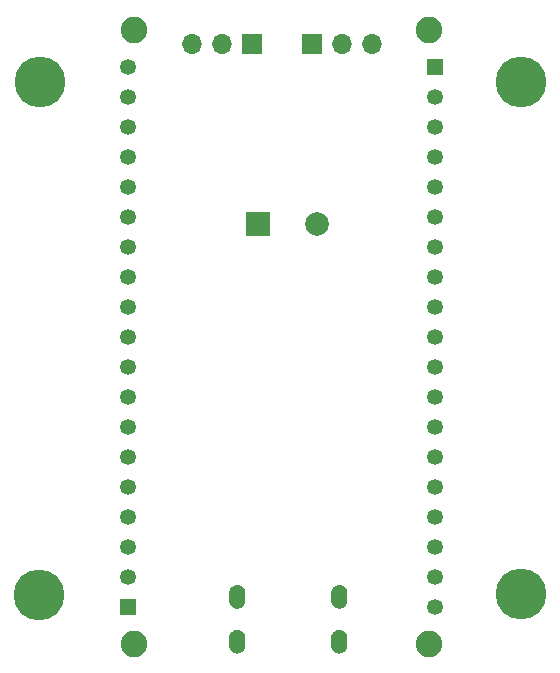
<source format=gbr>
%TF.GenerationSoftware,KiCad,Pcbnew,(5.1.12)-1*%
%TF.CreationDate,2022-08-02T20:23:38+02:00*%
%TF.ProjectId,esp32-led,65737033-322d-46c6-9564-2e6b69636164,rev?*%
%TF.SameCoordinates,Original*%
%TF.FileFunction,Soldermask,Top*%
%TF.FilePolarity,Negative*%
%FSLAX46Y46*%
G04 Gerber Fmt 4.6, Leading zero omitted, Abs format (unit mm)*
G04 Created by KiCad (PCBNEW (5.1.12)-1) date 2022-08-02 20:23:38*
%MOMM*%
%LPD*%
G01*
G04 APERTURE LIST*
%ADD10C,0.010000*%
%ADD11O,1.700000X1.700000*%
%ADD12R,1.700000X1.700000*%
%ADD13C,4.300000*%
%ADD14C,2.250000*%
%ADD15R,1.350000X1.350000*%
%ADD16C,1.350000*%
%ADD17C,2.000000*%
%ADD18R,2.000000X2.000000*%
G04 APERTURE END LIST*
D10*
%TO.C,J2*%
G36*
X171960000Y-98148000D02*
G01*
X171994000Y-98149000D01*
X172028000Y-98152000D01*
X172062000Y-98156000D01*
X172095000Y-98162000D01*
X172128000Y-98170000D01*
X172161000Y-98180000D01*
X172193000Y-98191000D01*
X172224000Y-98204000D01*
X172255000Y-98219000D01*
X172285000Y-98235000D01*
X172314000Y-98253000D01*
X172342000Y-98272000D01*
X172369000Y-98293000D01*
X172395000Y-98315000D01*
X172420000Y-98338000D01*
X172443000Y-98363000D01*
X172465000Y-98389000D01*
X172486000Y-98416000D01*
X172505000Y-98444000D01*
X172523000Y-98473000D01*
X172539000Y-98503000D01*
X172554000Y-98534000D01*
X172567000Y-98565000D01*
X172578000Y-98597000D01*
X172588000Y-98630000D01*
X172596000Y-98663000D01*
X172602000Y-98696000D01*
X172606000Y-98730000D01*
X172609000Y-98764000D01*
X172610000Y-98798000D01*
X172610000Y-99398000D01*
X172609000Y-99432000D01*
X172606000Y-99466000D01*
X172602000Y-99500000D01*
X172596000Y-99533000D01*
X172588000Y-99566000D01*
X172578000Y-99599000D01*
X172567000Y-99631000D01*
X172554000Y-99662000D01*
X172539000Y-99693000D01*
X172523000Y-99723000D01*
X172505000Y-99752000D01*
X172486000Y-99780000D01*
X172465000Y-99807000D01*
X172443000Y-99833000D01*
X172420000Y-99858000D01*
X172395000Y-99881000D01*
X172369000Y-99903000D01*
X172342000Y-99924000D01*
X172314000Y-99943000D01*
X172285000Y-99961000D01*
X172255000Y-99977000D01*
X172224000Y-99992000D01*
X172193000Y-100005000D01*
X172161000Y-100016000D01*
X172128000Y-100026000D01*
X172095000Y-100034000D01*
X172062000Y-100040000D01*
X172028000Y-100044000D01*
X171994000Y-100047000D01*
X171960000Y-100048000D01*
X171926000Y-100047000D01*
X171892000Y-100044000D01*
X171858000Y-100040000D01*
X171825000Y-100034000D01*
X171792000Y-100026000D01*
X171759000Y-100016000D01*
X171727000Y-100005000D01*
X171696000Y-99992000D01*
X171665000Y-99977000D01*
X171635000Y-99961000D01*
X171606000Y-99943000D01*
X171578000Y-99924000D01*
X171551000Y-99903000D01*
X171525000Y-99881000D01*
X171500000Y-99858000D01*
X171477000Y-99833000D01*
X171455000Y-99807000D01*
X171434000Y-99780000D01*
X171415000Y-99752000D01*
X171397000Y-99723000D01*
X171381000Y-99693000D01*
X171366000Y-99662000D01*
X171353000Y-99631000D01*
X171342000Y-99599000D01*
X171332000Y-99566000D01*
X171324000Y-99533000D01*
X171318000Y-99500000D01*
X171314000Y-99466000D01*
X171311000Y-99432000D01*
X171310000Y-99398000D01*
X171310000Y-98798000D01*
X171311000Y-98764000D01*
X171314000Y-98730000D01*
X171318000Y-98696000D01*
X171324000Y-98663000D01*
X171332000Y-98630000D01*
X171342000Y-98597000D01*
X171353000Y-98565000D01*
X171366000Y-98534000D01*
X171381000Y-98503000D01*
X171397000Y-98473000D01*
X171415000Y-98444000D01*
X171434000Y-98416000D01*
X171455000Y-98389000D01*
X171477000Y-98363000D01*
X171500000Y-98338000D01*
X171525000Y-98315000D01*
X171551000Y-98293000D01*
X171578000Y-98272000D01*
X171606000Y-98253000D01*
X171635000Y-98235000D01*
X171665000Y-98219000D01*
X171696000Y-98204000D01*
X171727000Y-98191000D01*
X171759000Y-98180000D01*
X171792000Y-98170000D01*
X171825000Y-98162000D01*
X171858000Y-98156000D01*
X171892000Y-98152000D01*
X171926000Y-98149000D01*
X171960000Y-98148000D01*
G37*
X171960000Y-98148000D02*
X171994000Y-98149000D01*
X172028000Y-98152000D01*
X172062000Y-98156000D01*
X172095000Y-98162000D01*
X172128000Y-98170000D01*
X172161000Y-98180000D01*
X172193000Y-98191000D01*
X172224000Y-98204000D01*
X172255000Y-98219000D01*
X172285000Y-98235000D01*
X172314000Y-98253000D01*
X172342000Y-98272000D01*
X172369000Y-98293000D01*
X172395000Y-98315000D01*
X172420000Y-98338000D01*
X172443000Y-98363000D01*
X172465000Y-98389000D01*
X172486000Y-98416000D01*
X172505000Y-98444000D01*
X172523000Y-98473000D01*
X172539000Y-98503000D01*
X172554000Y-98534000D01*
X172567000Y-98565000D01*
X172578000Y-98597000D01*
X172588000Y-98630000D01*
X172596000Y-98663000D01*
X172602000Y-98696000D01*
X172606000Y-98730000D01*
X172609000Y-98764000D01*
X172610000Y-98798000D01*
X172610000Y-99398000D01*
X172609000Y-99432000D01*
X172606000Y-99466000D01*
X172602000Y-99500000D01*
X172596000Y-99533000D01*
X172588000Y-99566000D01*
X172578000Y-99599000D01*
X172567000Y-99631000D01*
X172554000Y-99662000D01*
X172539000Y-99693000D01*
X172523000Y-99723000D01*
X172505000Y-99752000D01*
X172486000Y-99780000D01*
X172465000Y-99807000D01*
X172443000Y-99833000D01*
X172420000Y-99858000D01*
X172395000Y-99881000D01*
X172369000Y-99903000D01*
X172342000Y-99924000D01*
X172314000Y-99943000D01*
X172285000Y-99961000D01*
X172255000Y-99977000D01*
X172224000Y-99992000D01*
X172193000Y-100005000D01*
X172161000Y-100016000D01*
X172128000Y-100026000D01*
X172095000Y-100034000D01*
X172062000Y-100040000D01*
X172028000Y-100044000D01*
X171994000Y-100047000D01*
X171960000Y-100048000D01*
X171926000Y-100047000D01*
X171892000Y-100044000D01*
X171858000Y-100040000D01*
X171825000Y-100034000D01*
X171792000Y-100026000D01*
X171759000Y-100016000D01*
X171727000Y-100005000D01*
X171696000Y-99992000D01*
X171665000Y-99977000D01*
X171635000Y-99961000D01*
X171606000Y-99943000D01*
X171578000Y-99924000D01*
X171551000Y-99903000D01*
X171525000Y-99881000D01*
X171500000Y-99858000D01*
X171477000Y-99833000D01*
X171455000Y-99807000D01*
X171434000Y-99780000D01*
X171415000Y-99752000D01*
X171397000Y-99723000D01*
X171381000Y-99693000D01*
X171366000Y-99662000D01*
X171353000Y-99631000D01*
X171342000Y-99599000D01*
X171332000Y-99566000D01*
X171324000Y-99533000D01*
X171318000Y-99500000D01*
X171314000Y-99466000D01*
X171311000Y-99432000D01*
X171310000Y-99398000D01*
X171310000Y-98798000D01*
X171311000Y-98764000D01*
X171314000Y-98730000D01*
X171318000Y-98696000D01*
X171324000Y-98663000D01*
X171332000Y-98630000D01*
X171342000Y-98597000D01*
X171353000Y-98565000D01*
X171366000Y-98534000D01*
X171381000Y-98503000D01*
X171397000Y-98473000D01*
X171415000Y-98444000D01*
X171434000Y-98416000D01*
X171455000Y-98389000D01*
X171477000Y-98363000D01*
X171500000Y-98338000D01*
X171525000Y-98315000D01*
X171551000Y-98293000D01*
X171578000Y-98272000D01*
X171606000Y-98253000D01*
X171635000Y-98235000D01*
X171665000Y-98219000D01*
X171696000Y-98204000D01*
X171727000Y-98191000D01*
X171759000Y-98180000D01*
X171792000Y-98170000D01*
X171825000Y-98162000D01*
X171858000Y-98156000D01*
X171892000Y-98152000D01*
X171926000Y-98149000D01*
X171960000Y-98148000D01*
G36*
X163320000Y-98148000D02*
G01*
X163354000Y-98149000D01*
X163388000Y-98152000D01*
X163422000Y-98156000D01*
X163455000Y-98162000D01*
X163488000Y-98170000D01*
X163521000Y-98180000D01*
X163553000Y-98191000D01*
X163584000Y-98204000D01*
X163615000Y-98219000D01*
X163645000Y-98235000D01*
X163674000Y-98253000D01*
X163702000Y-98272000D01*
X163729000Y-98293000D01*
X163755000Y-98315000D01*
X163780000Y-98338000D01*
X163803000Y-98363000D01*
X163825000Y-98389000D01*
X163846000Y-98416000D01*
X163865000Y-98444000D01*
X163883000Y-98473000D01*
X163899000Y-98503000D01*
X163914000Y-98534000D01*
X163927000Y-98565000D01*
X163938000Y-98597000D01*
X163948000Y-98630000D01*
X163956000Y-98663000D01*
X163962000Y-98696000D01*
X163966000Y-98730000D01*
X163969000Y-98764000D01*
X163970000Y-98798000D01*
X163970000Y-99398000D01*
X163969000Y-99432000D01*
X163966000Y-99466000D01*
X163962000Y-99500000D01*
X163956000Y-99533000D01*
X163948000Y-99566000D01*
X163938000Y-99599000D01*
X163927000Y-99631000D01*
X163914000Y-99662000D01*
X163899000Y-99693000D01*
X163883000Y-99723000D01*
X163865000Y-99752000D01*
X163846000Y-99780000D01*
X163825000Y-99807000D01*
X163803000Y-99833000D01*
X163780000Y-99858000D01*
X163755000Y-99881000D01*
X163729000Y-99903000D01*
X163702000Y-99924000D01*
X163674000Y-99943000D01*
X163645000Y-99961000D01*
X163615000Y-99977000D01*
X163584000Y-99992000D01*
X163553000Y-100005000D01*
X163521000Y-100016000D01*
X163488000Y-100026000D01*
X163455000Y-100034000D01*
X163422000Y-100040000D01*
X163388000Y-100044000D01*
X163354000Y-100047000D01*
X163320000Y-100048000D01*
X163286000Y-100047000D01*
X163252000Y-100044000D01*
X163218000Y-100040000D01*
X163185000Y-100034000D01*
X163152000Y-100026000D01*
X163119000Y-100016000D01*
X163087000Y-100005000D01*
X163056000Y-99992000D01*
X163025000Y-99977000D01*
X162995000Y-99961000D01*
X162966000Y-99943000D01*
X162938000Y-99924000D01*
X162911000Y-99903000D01*
X162885000Y-99881000D01*
X162860000Y-99858000D01*
X162837000Y-99833000D01*
X162815000Y-99807000D01*
X162794000Y-99780000D01*
X162775000Y-99752000D01*
X162757000Y-99723000D01*
X162741000Y-99693000D01*
X162726000Y-99662000D01*
X162713000Y-99631000D01*
X162702000Y-99599000D01*
X162692000Y-99566000D01*
X162684000Y-99533000D01*
X162678000Y-99500000D01*
X162674000Y-99466000D01*
X162671000Y-99432000D01*
X162670000Y-99398000D01*
X162670000Y-98798000D01*
X162671000Y-98764000D01*
X162674000Y-98730000D01*
X162678000Y-98696000D01*
X162684000Y-98663000D01*
X162692000Y-98630000D01*
X162702000Y-98597000D01*
X162713000Y-98565000D01*
X162726000Y-98534000D01*
X162741000Y-98503000D01*
X162757000Y-98473000D01*
X162775000Y-98444000D01*
X162794000Y-98416000D01*
X162815000Y-98389000D01*
X162837000Y-98363000D01*
X162860000Y-98338000D01*
X162885000Y-98315000D01*
X162911000Y-98293000D01*
X162938000Y-98272000D01*
X162966000Y-98253000D01*
X162995000Y-98235000D01*
X163025000Y-98219000D01*
X163056000Y-98204000D01*
X163087000Y-98191000D01*
X163119000Y-98180000D01*
X163152000Y-98170000D01*
X163185000Y-98162000D01*
X163218000Y-98156000D01*
X163252000Y-98152000D01*
X163286000Y-98149000D01*
X163320000Y-98148000D01*
G37*
X163320000Y-98148000D02*
X163354000Y-98149000D01*
X163388000Y-98152000D01*
X163422000Y-98156000D01*
X163455000Y-98162000D01*
X163488000Y-98170000D01*
X163521000Y-98180000D01*
X163553000Y-98191000D01*
X163584000Y-98204000D01*
X163615000Y-98219000D01*
X163645000Y-98235000D01*
X163674000Y-98253000D01*
X163702000Y-98272000D01*
X163729000Y-98293000D01*
X163755000Y-98315000D01*
X163780000Y-98338000D01*
X163803000Y-98363000D01*
X163825000Y-98389000D01*
X163846000Y-98416000D01*
X163865000Y-98444000D01*
X163883000Y-98473000D01*
X163899000Y-98503000D01*
X163914000Y-98534000D01*
X163927000Y-98565000D01*
X163938000Y-98597000D01*
X163948000Y-98630000D01*
X163956000Y-98663000D01*
X163962000Y-98696000D01*
X163966000Y-98730000D01*
X163969000Y-98764000D01*
X163970000Y-98798000D01*
X163970000Y-99398000D01*
X163969000Y-99432000D01*
X163966000Y-99466000D01*
X163962000Y-99500000D01*
X163956000Y-99533000D01*
X163948000Y-99566000D01*
X163938000Y-99599000D01*
X163927000Y-99631000D01*
X163914000Y-99662000D01*
X163899000Y-99693000D01*
X163883000Y-99723000D01*
X163865000Y-99752000D01*
X163846000Y-99780000D01*
X163825000Y-99807000D01*
X163803000Y-99833000D01*
X163780000Y-99858000D01*
X163755000Y-99881000D01*
X163729000Y-99903000D01*
X163702000Y-99924000D01*
X163674000Y-99943000D01*
X163645000Y-99961000D01*
X163615000Y-99977000D01*
X163584000Y-99992000D01*
X163553000Y-100005000D01*
X163521000Y-100016000D01*
X163488000Y-100026000D01*
X163455000Y-100034000D01*
X163422000Y-100040000D01*
X163388000Y-100044000D01*
X163354000Y-100047000D01*
X163320000Y-100048000D01*
X163286000Y-100047000D01*
X163252000Y-100044000D01*
X163218000Y-100040000D01*
X163185000Y-100034000D01*
X163152000Y-100026000D01*
X163119000Y-100016000D01*
X163087000Y-100005000D01*
X163056000Y-99992000D01*
X163025000Y-99977000D01*
X162995000Y-99961000D01*
X162966000Y-99943000D01*
X162938000Y-99924000D01*
X162911000Y-99903000D01*
X162885000Y-99881000D01*
X162860000Y-99858000D01*
X162837000Y-99833000D01*
X162815000Y-99807000D01*
X162794000Y-99780000D01*
X162775000Y-99752000D01*
X162757000Y-99723000D01*
X162741000Y-99693000D01*
X162726000Y-99662000D01*
X162713000Y-99631000D01*
X162702000Y-99599000D01*
X162692000Y-99566000D01*
X162684000Y-99533000D01*
X162678000Y-99500000D01*
X162674000Y-99466000D01*
X162671000Y-99432000D01*
X162670000Y-99398000D01*
X162670000Y-98798000D01*
X162671000Y-98764000D01*
X162674000Y-98730000D01*
X162678000Y-98696000D01*
X162684000Y-98663000D01*
X162692000Y-98630000D01*
X162702000Y-98597000D01*
X162713000Y-98565000D01*
X162726000Y-98534000D01*
X162741000Y-98503000D01*
X162757000Y-98473000D01*
X162775000Y-98444000D01*
X162794000Y-98416000D01*
X162815000Y-98389000D01*
X162837000Y-98363000D01*
X162860000Y-98338000D01*
X162885000Y-98315000D01*
X162911000Y-98293000D01*
X162938000Y-98272000D01*
X162966000Y-98253000D01*
X162995000Y-98235000D01*
X163025000Y-98219000D01*
X163056000Y-98204000D01*
X163087000Y-98191000D01*
X163119000Y-98180000D01*
X163152000Y-98170000D01*
X163185000Y-98162000D01*
X163218000Y-98156000D01*
X163252000Y-98152000D01*
X163286000Y-98149000D01*
X163320000Y-98148000D01*
G36*
X171960000Y-94348000D02*
G01*
X171994000Y-94349000D01*
X172028000Y-94352000D01*
X172062000Y-94356000D01*
X172095000Y-94362000D01*
X172128000Y-94370000D01*
X172161000Y-94380000D01*
X172193000Y-94391000D01*
X172224000Y-94404000D01*
X172255000Y-94419000D01*
X172285000Y-94435000D01*
X172314000Y-94453000D01*
X172342000Y-94472000D01*
X172369000Y-94493000D01*
X172395000Y-94515000D01*
X172420000Y-94538000D01*
X172443000Y-94563000D01*
X172465000Y-94589000D01*
X172486000Y-94616000D01*
X172505000Y-94644000D01*
X172523000Y-94673000D01*
X172539000Y-94703000D01*
X172554000Y-94734000D01*
X172567000Y-94765000D01*
X172578000Y-94797000D01*
X172588000Y-94830000D01*
X172596000Y-94863000D01*
X172602000Y-94896000D01*
X172606000Y-94930000D01*
X172609000Y-94964000D01*
X172610000Y-94998000D01*
X172610000Y-95598000D01*
X172609000Y-95632000D01*
X172606000Y-95666000D01*
X172602000Y-95700000D01*
X172596000Y-95733000D01*
X172588000Y-95766000D01*
X172578000Y-95799000D01*
X172567000Y-95831000D01*
X172554000Y-95862000D01*
X172539000Y-95893000D01*
X172523000Y-95923000D01*
X172505000Y-95952000D01*
X172486000Y-95980000D01*
X172465000Y-96007000D01*
X172443000Y-96033000D01*
X172420000Y-96058000D01*
X172395000Y-96081000D01*
X172369000Y-96103000D01*
X172342000Y-96124000D01*
X172314000Y-96143000D01*
X172285000Y-96161000D01*
X172255000Y-96177000D01*
X172224000Y-96192000D01*
X172193000Y-96205000D01*
X172161000Y-96216000D01*
X172128000Y-96226000D01*
X172095000Y-96234000D01*
X172062000Y-96240000D01*
X172028000Y-96244000D01*
X171994000Y-96247000D01*
X171960000Y-96248000D01*
X171926000Y-96247000D01*
X171892000Y-96244000D01*
X171858000Y-96240000D01*
X171825000Y-96234000D01*
X171792000Y-96226000D01*
X171759000Y-96216000D01*
X171727000Y-96205000D01*
X171696000Y-96192000D01*
X171665000Y-96177000D01*
X171635000Y-96161000D01*
X171606000Y-96143000D01*
X171578000Y-96124000D01*
X171551000Y-96103000D01*
X171525000Y-96081000D01*
X171500000Y-96058000D01*
X171477000Y-96033000D01*
X171455000Y-96007000D01*
X171434000Y-95980000D01*
X171415000Y-95952000D01*
X171397000Y-95923000D01*
X171381000Y-95893000D01*
X171366000Y-95862000D01*
X171353000Y-95831000D01*
X171342000Y-95799000D01*
X171332000Y-95766000D01*
X171324000Y-95733000D01*
X171318000Y-95700000D01*
X171314000Y-95666000D01*
X171311000Y-95632000D01*
X171310000Y-95598000D01*
X171310000Y-94998000D01*
X171311000Y-94964000D01*
X171314000Y-94930000D01*
X171318000Y-94896000D01*
X171324000Y-94863000D01*
X171332000Y-94830000D01*
X171342000Y-94797000D01*
X171353000Y-94765000D01*
X171366000Y-94734000D01*
X171381000Y-94703000D01*
X171397000Y-94673000D01*
X171415000Y-94644000D01*
X171434000Y-94616000D01*
X171455000Y-94589000D01*
X171477000Y-94563000D01*
X171500000Y-94538000D01*
X171525000Y-94515000D01*
X171551000Y-94493000D01*
X171578000Y-94472000D01*
X171606000Y-94453000D01*
X171635000Y-94435000D01*
X171665000Y-94419000D01*
X171696000Y-94404000D01*
X171727000Y-94391000D01*
X171759000Y-94380000D01*
X171792000Y-94370000D01*
X171825000Y-94362000D01*
X171858000Y-94356000D01*
X171892000Y-94352000D01*
X171926000Y-94349000D01*
X171960000Y-94348000D01*
G37*
X171960000Y-94348000D02*
X171994000Y-94349000D01*
X172028000Y-94352000D01*
X172062000Y-94356000D01*
X172095000Y-94362000D01*
X172128000Y-94370000D01*
X172161000Y-94380000D01*
X172193000Y-94391000D01*
X172224000Y-94404000D01*
X172255000Y-94419000D01*
X172285000Y-94435000D01*
X172314000Y-94453000D01*
X172342000Y-94472000D01*
X172369000Y-94493000D01*
X172395000Y-94515000D01*
X172420000Y-94538000D01*
X172443000Y-94563000D01*
X172465000Y-94589000D01*
X172486000Y-94616000D01*
X172505000Y-94644000D01*
X172523000Y-94673000D01*
X172539000Y-94703000D01*
X172554000Y-94734000D01*
X172567000Y-94765000D01*
X172578000Y-94797000D01*
X172588000Y-94830000D01*
X172596000Y-94863000D01*
X172602000Y-94896000D01*
X172606000Y-94930000D01*
X172609000Y-94964000D01*
X172610000Y-94998000D01*
X172610000Y-95598000D01*
X172609000Y-95632000D01*
X172606000Y-95666000D01*
X172602000Y-95700000D01*
X172596000Y-95733000D01*
X172588000Y-95766000D01*
X172578000Y-95799000D01*
X172567000Y-95831000D01*
X172554000Y-95862000D01*
X172539000Y-95893000D01*
X172523000Y-95923000D01*
X172505000Y-95952000D01*
X172486000Y-95980000D01*
X172465000Y-96007000D01*
X172443000Y-96033000D01*
X172420000Y-96058000D01*
X172395000Y-96081000D01*
X172369000Y-96103000D01*
X172342000Y-96124000D01*
X172314000Y-96143000D01*
X172285000Y-96161000D01*
X172255000Y-96177000D01*
X172224000Y-96192000D01*
X172193000Y-96205000D01*
X172161000Y-96216000D01*
X172128000Y-96226000D01*
X172095000Y-96234000D01*
X172062000Y-96240000D01*
X172028000Y-96244000D01*
X171994000Y-96247000D01*
X171960000Y-96248000D01*
X171926000Y-96247000D01*
X171892000Y-96244000D01*
X171858000Y-96240000D01*
X171825000Y-96234000D01*
X171792000Y-96226000D01*
X171759000Y-96216000D01*
X171727000Y-96205000D01*
X171696000Y-96192000D01*
X171665000Y-96177000D01*
X171635000Y-96161000D01*
X171606000Y-96143000D01*
X171578000Y-96124000D01*
X171551000Y-96103000D01*
X171525000Y-96081000D01*
X171500000Y-96058000D01*
X171477000Y-96033000D01*
X171455000Y-96007000D01*
X171434000Y-95980000D01*
X171415000Y-95952000D01*
X171397000Y-95923000D01*
X171381000Y-95893000D01*
X171366000Y-95862000D01*
X171353000Y-95831000D01*
X171342000Y-95799000D01*
X171332000Y-95766000D01*
X171324000Y-95733000D01*
X171318000Y-95700000D01*
X171314000Y-95666000D01*
X171311000Y-95632000D01*
X171310000Y-95598000D01*
X171310000Y-94998000D01*
X171311000Y-94964000D01*
X171314000Y-94930000D01*
X171318000Y-94896000D01*
X171324000Y-94863000D01*
X171332000Y-94830000D01*
X171342000Y-94797000D01*
X171353000Y-94765000D01*
X171366000Y-94734000D01*
X171381000Y-94703000D01*
X171397000Y-94673000D01*
X171415000Y-94644000D01*
X171434000Y-94616000D01*
X171455000Y-94589000D01*
X171477000Y-94563000D01*
X171500000Y-94538000D01*
X171525000Y-94515000D01*
X171551000Y-94493000D01*
X171578000Y-94472000D01*
X171606000Y-94453000D01*
X171635000Y-94435000D01*
X171665000Y-94419000D01*
X171696000Y-94404000D01*
X171727000Y-94391000D01*
X171759000Y-94380000D01*
X171792000Y-94370000D01*
X171825000Y-94362000D01*
X171858000Y-94356000D01*
X171892000Y-94352000D01*
X171926000Y-94349000D01*
X171960000Y-94348000D01*
G36*
X163320000Y-94348000D02*
G01*
X163354000Y-94349000D01*
X163388000Y-94352000D01*
X163422000Y-94356000D01*
X163455000Y-94362000D01*
X163488000Y-94370000D01*
X163521000Y-94380000D01*
X163553000Y-94391000D01*
X163584000Y-94404000D01*
X163615000Y-94419000D01*
X163645000Y-94435000D01*
X163674000Y-94453000D01*
X163702000Y-94472000D01*
X163729000Y-94493000D01*
X163755000Y-94515000D01*
X163780000Y-94538000D01*
X163803000Y-94563000D01*
X163825000Y-94589000D01*
X163846000Y-94616000D01*
X163865000Y-94644000D01*
X163883000Y-94673000D01*
X163899000Y-94703000D01*
X163914000Y-94734000D01*
X163927000Y-94765000D01*
X163938000Y-94797000D01*
X163948000Y-94830000D01*
X163956000Y-94863000D01*
X163962000Y-94896000D01*
X163966000Y-94930000D01*
X163969000Y-94964000D01*
X163970000Y-94998000D01*
X163970000Y-95598000D01*
X163969000Y-95632000D01*
X163966000Y-95666000D01*
X163962000Y-95700000D01*
X163956000Y-95733000D01*
X163948000Y-95766000D01*
X163938000Y-95799000D01*
X163927000Y-95831000D01*
X163914000Y-95862000D01*
X163899000Y-95893000D01*
X163883000Y-95923000D01*
X163865000Y-95952000D01*
X163846000Y-95980000D01*
X163825000Y-96007000D01*
X163803000Y-96033000D01*
X163780000Y-96058000D01*
X163755000Y-96081000D01*
X163729000Y-96103000D01*
X163702000Y-96124000D01*
X163674000Y-96143000D01*
X163645000Y-96161000D01*
X163615000Y-96177000D01*
X163584000Y-96192000D01*
X163553000Y-96205000D01*
X163521000Y-96216000D01*
X163488000Y-96226000D01*
X163455000Y-96234000D01*
X163422000Y-96240000D01*
X163388000Y-96244000D01*
X163354000Y-96247000D01*
X163320000Y-96248000D01*
X163286000Y-96247000D01*
X163252000Y-96244000D01*
X163218000Y-96240000D01*
X163185000Y-96234000D01*
X163152000Y-96226000D01*
X163119000Y-96216000D01*
X163087000Y-96205000D01*
X163056000Y-96192000D01*
X163025000Y-96177000D01*
X162995000Y-96161000D01*
X162966000Y-96143000D01*
X162938000Y-96124000D01*
X162911000Y-96103000D01*
X162885000Y-96081000D01*
X162860000Y-96058000D01*
X162837000Y-96033000D01*
X162815000Y-96007000D01*
X162794000Y-95980000D01*
X162775000Y-95952000D01*
X162757000Y-95923000D01*
X162741000Y-95893000D01*
X162726000Y-95862000D01*
X162713000Y-95831000D01*
X162702000Y-95799000D01*
X162692000Y-95766000D01*
X162684000Y-95733000D01*
X162678000Y-95700000D01*
X162674000Y-95666000D01*
X162671000Y-95632000D01*
X162670000Y-95598000D01*
X162670000Y-94998000D01*
X162671000Y-94964000D01*
X162674000Y-94930000D01*
X162678000Y-94896000D01*
X162684000Y-94863000D01*
X162692000Y-94830000D01*
X162702000Y-94797000D01*
X162713000Y-94765000D01*
X162726000Y-94734000D01*
X162741000Y-94703000D01*
X162757000Y-94673000D01*
X162775000Y-94644000D01*
X162794000Y-94616000D01*
X162815000Y-94589000D01*
X162837000Y-94563000D01*
X162860000Y-94538000D01*
X162885000Y-94515000D01*
X162911000Y-94493000D01*
X162938000Y-94472000D01*
X162966000Y-94453000D01*
X162995000Y-94435000D01*
X163025000Y-94419000D01*
X163056000Y-94404000D01*
X163087000Y-94391000D01*
X163119000Y-94380000D01*
X163152000Y-94370000D01*
X163185000Y-94362000D01*
X163218000Y-94356000D01*
X163252000Y-94352000D01*
X163286000Y-94349000D01*
X163320000Y-94348000D01*
G37*
X163320000Y-94348000D02*
X163354000Y-94349000D01*
X163388000Y-94352000D01*
X163422000Y-94356000D01*
X163455000Y-94362000D01*
X163488000Y-94370000D01*
X163521000Y-94380000D01*
X163553000Y-94391000D01*
X163584000Y-94404000D01*
X163615000Y-94419000D01*
X163645000Y-94435000D01*
X163674000Y-94453000D01*
X163702000Y-94472000D01*
X163729000Y-94493000D01*
X163755000Y-94515000D01*
X163780000Y-94538000D01*
X163803000Y-94563000D01*
X163825000Y-94589000D01*
X163846000Y-94616000D01*
X163865000Y-94644000D01*
X163883000Y-94673000D01*
X163899000Y-94703000D01*
X163914000Y-94734000D01*
X163927000Y-94765000D01*
X163938000Y-94797000D01*
X163948000Y-94830000D01*
X163956000Y-94863000D01*
X163962000Y-94896000D01*
X163966000Y-94930000D01*
X163969000Y-94964000D01*
X163970000Y-94998000D01*
X163970000Y-95598000D01*
X163969000Y-95632000D01*
X163966000Y-95666000D01*
X163962000Y-95700000D01*
X163956000Y-95733000D01*
X163948000Y-95766000D01*
X163938000Y-95799000D01*
X163927000Y-95831000D01*
X163914000Y-95862000D01*
X163899000Y-95893000D01*
X163883000Y-95923000D01*
X163865000Y-95952000D01*
X163846000Y-95980000D01*
X163825000Y-96007000D01*
X163803000Y-96033000D01*
X163780000Y-96058000D01*
X163755000Y-96081000D01*
X163729000Y-96103000D01*
X163702000Y-96124000D01*
X163674000Y-96143000D01*
X163645000Y-96161000D01*
X163615000Y-96177000D01*
X163584000Y-96192000D01*
X163553000Y-96205000D01*
X163521000Y-96216000D01*
X163488000Y-96226000D01*
X163455000Y-96234000D01*
X163422000Y-96240000D01*
X163388000Y-96244000D01*
X163354000Y-96247000D01*
X163320000Y-96248000D01*
X163286000Y-96247000D01*
X163252000Y-96244000D01*
X163218000Y-96240000D01*
X163185000Y-96234000D01*
X163152000Y-96226000D01*
X163119000Y-96216000D01*
X163087000Y-96205000D01*
X163056000Y-96192000D01*
X163025000Y-96177000D01*
X162995000Y-96161000D01*
X162966000Y-96143000D01*
X162938000Y-96124000D01*
X162911000Y-96103000D01*
X162885000Y-96081000D01*
X162860000Y-96058000D01*
X162837000Y-96033000D01*
X162815000Y-96007000D01*
X162794000Y-95980000D01*
X162775000Y-95952000D01*
X162757000Y-95923000D01*
X162741000Y-95893000D01*
X162726000Y-95862000D01*
X162713000Y-95831000D01*
X162702000Y-95799000D01*
X162692000Y-95766000D01*
X162684000Y-95733000D01*
X162678000Y-95700000D01*
X162674000Y-95666000D01*
X162671000Y-95632000D01*
X162670000Y-95598000D01*
X162670000Y-94998000D01*
X162671000Y-94964000D01*
X162674000Y-94930000D01*
X162678000Y-94896000D01*
X162684000Y-94863000D01*
X162692000Y-94830000D01*
X162702000Y-94797000D01*
X162713000Y-94765000D01*
X162726000Y-94734000D01*
X162741000Y-94703000D01*
X162757000Y-94673000D01*
X162775000Y-94644000D01*
X162794000Y-94616000D01*
X162815000Y-94589000D01*
X162837000Y-94563000D01*
X162860000Y-94538000D01*
X162885000Y-94515000D01*
X162911000Y-94493000D01*
X162938000Y-94472000D01*
X162966000Y-94453000D01*
X162995000Y-94435000D01*
X163025000Y-94419000D01*
X163056000Y-94404000D01*
X163087000Y-94391000D01*
X163119000Y-94380000D01*
X163152000Y-94370000D01*
X163185000Y-94362000D01*
X163218000Y-94356000D01*
X163252000Y-94352000D01*
X163286000Y-94349000D01*
X163320000Y-94348000D01*
%TD*%
D11*
%TO.C,J3*%
X174752000Y-48514000D03*
X172212000Y-48514000D03*
D12*
X169672000Y-48514000D03*
%TD*%
D13*
%TO.C,REF\u002A\u002A*%
X146558000Y-95186500D03*
%TD*%
%TO.C,REF\u002A\u002A*%
X146685000Y-51752500D03*
%TD*%
%TO.C,REF\u002A\u002A*%
X187388500Y-95059500D03*
%TD*%
%TO.C,REF\u002A\u002A*%
X187388500Y-51752500D03*
%TD*%
D14*
%TO.C,U2*%
X179605354Y-47300000D03*
X154605354Y-47300000D03*
X179605354Y-99300000D03*
X154605354Y-99300000D03*
D15*
X180105354Y-50440000D03*
D16*
X180105354Y-52980000D03*
X180105354Y-55520000D03*
X180105354Y-58060000D03*
X180105354Y-60600000D03*
X180105354Y-63140000D03*
X180105354Y-65680000D03*
X180105354Y-68220000D03*
X180105354Y-70760000D03*
X180105354Y-73300000D03*
X180105354Y-75840000D03*
X180105354Y-78380000D03*
X180105354Y-80920000D03*
X180105354Y-83460000D03*
X180105354Y-86000000D03*
X180105354Y-88540000D03*
X180105354Y-91080000D03*
X180105354Y-93620000D03*
X180105354Y-96160000D03*
X154105354Y-93620000D03*
X154105354Y-91080000D03*
X154105354Y-88540000D03*
X154105354Y-86000000D03*
X154105354Y-83460000D03*
X154105354Y-80920000D03*
X154105354Y-78380000D03*
X154105354Y-75840000D03*
X154105354Y-73300000D03*
X154105354Y-70760000D03*
X154105354Y-68220000D03*
X154105354Y-65680000D03*
X154105354Y-63140000D03*
X154105354Y-60600000D03*
X154105354Y-58060000D03*
X154105354Y-55520000D03*
D15*
X154105354Y-96160000D03*
D16*
X154105354Y-52980000D03*
X154105354Y-50440000D03*
%TD*%
D11*
%TO.C,J1*%
X159512000Y-48514000D03*
X162052000Y-48514000D03*
D12*
X164592000Y-48514000D03*
%TD*%
D17*
%TO.C,C1*%
X170100000Y-63754000D03*
D18*
X165100000Y-63754000D03*
%TD*%
M02*

</source>
